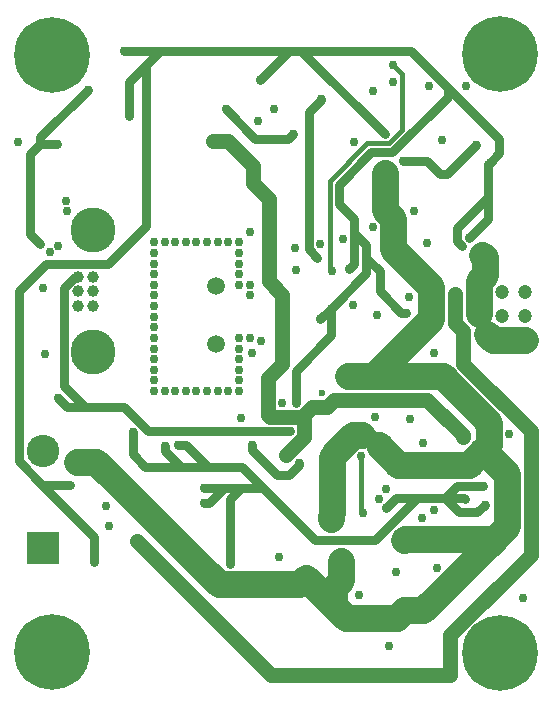
<source format=gbr>
%TF.GenerationSoftware,KiCad,Pcbnew,7.0.9*%
%TF.CreationDate,2024-03-26T01:12:18-04:00*%
%TF.ProjectId,charging_on_the_pad,63686172-6769-46e6-975f-6f6e5f746865,rev?*%
%TF.SameCoordinates,Original*%
%TF.FileFunction,Copper,L3,Inr*%
%TF.FilePolarity,Positive*%
%FSLAX46Y46*%
G04 Gerber Fmt 4.6, Leading zero omitted, Abs format (unit mm)*
G04 Created by KiCad (PCBNEW 7.0.9) date 2024-03-26 01:12:18*
%MOMM*%
%LPD*%
G01*
G04 APERTURE LIST*
%TA.AperFunction,ComponentPad*%
%ADD10C,3.800000*%
%TD*%
%TA.AperFunction,ComponentPad*%
%ADD11C,1.000000*%
%TD*%
%TA.AperFunction,ComponentPad*%
%ADD12R,2.743200X2.743200*%
%TD*%
%TA.AperFunction,ComponentPad*%
%ADD13C,2.743200*%
%TD*%
%TA.AperFunction,ComponentPad*%
%ADD14C,1.500000*%
%TD*%
%TA.AperFunction,ComponentPad*%
%ADD15R,1.200000X1.200000*%
%TD*%
%TA.AperFunction,ComponentPad*%
%ADD16C,1.200000*%
%TD*%
%TA.AperFunction,ComponentPad*%
%ADD17C,6.400000*%
%TD*%
%TA.AperFunction,ViaPad*%
%ADD18C,0.762000*%
%TD*%
%TA.AperFunction,ViaPad*%
%ADD19C,0.600000*%
%TD*%
%TA.AperFunction,ViaPad*%
%ADD20C,1.016000*%
%TD*%
%TA.AperFunction,Conductor*%
%ADD21C,0.762000*%
%TD*%
%TA.AperFunction,Conductor*%
%ADD22C,2.286000*%
%TD*%
%TA.AperFunction,Conductor*%
%ADD23C,1.270000*%
%TD*%
%TA.AperFunction,Conductor*%
%ADD24C,0.381000*%
%TD*%
G04 APERTURE END LIST*
D10*
%TO.N,*%
%TO.C,J1*%
X137820400Y-94373400D03*
X137820400Y-104673400D03*
D11*
%TO.N,Net-(J1-Pin_1)*%
X137820400Y-100773400D03*
%TO.N,/CANL*%
X137820400Y-99523400D03*
%TO.N,/CANH*%
X137820400Y-98273400D03*
%TO.N,GND*%
X136570400Y-100773400D03*
%TO.N,+5V_PWR*%
X136570400Y-99523400D03*
%TO.N,+24V*%
X136570400Y-98273400D03*
%TD*%
D12*
%TO.N,GND*%
%TO.C,J3*%
X133604000Y-121259600D03*
D13*
%TO.N,Net-(J3-Pin_2)*%
X133604000Y-113004600D03*
%TD*%
D14*
%TO.N,/OSC2*%
%TO.C,Y1*%
X148234400Y-103973800D03*
%TO.N,/OSC1*%
X148234400Y-99093800D03*
%TD*%
D15*
%TO.N,/Motor Control/MOTOR_V*%
%TO.C,J4*%
X174415200Y-103606600D03*
D16*
%TO.N,GND*%
X174415200Y-101606600D03*
%TO.N,/MOTOR_INPUT*%
X174415200Y-99606600D03*
%TO.N,/Motor Control/MOTOR_V*%
X172415200Y-103606600D03*
%TO.N,GND*%
X172415200Y-101606600D03*
%TO.N,/Motor Control/MOTOR_OUTPUT*%
X172415200Y-99606600D03*
%TD*%
D17*
%TO.N,N/C*%
%TO.C,H3*%
X134352117Y-79506364D03*
%TD*%
%TO.N,N/C*%
%TO.C,H1*%
X172258924Y-130175000D03*
%TD*%
%TO.N,N/C*%
%TO.C,H4*%
X172262170Y-79437569D03*
%TD*%
%TO.N,N/C*%
%TO.C,H2*%
X134344427Y-130073035D03*
%TD*%
D18*
%TO.N,GND*%
X142984076Y-101673566D03*
X145684079Y-107973573D03*
X134188200Y-96215200D03*
X173075100Y-111605130D03*
X162864800Y-129540000D03*
X133756900Y-104840683D03*
X142984076Y-102573567D03*
X159913800Y-86925000D03*
X148384082Y-95373559D03*
X142984076Y-98973563D03*
X150184084Y-106173571D03*
X150184084Y-98073562D03*
X161493200Y-82600800D03*
X153543000Y-121996200D03*
X143884077Y-107973573D03*
X138938900Y-117742200D03*
X146584080Y-107973573D03*
X143884077Y-95373559D03*
X151096318Y-94470882D03*
X145684079Y-95373559D03*
X147484081Y-95373559D03*
X135661400Y-92684600D03*
X139217400Y-119405400D03*
X142984076Y-95373559D03*
X133621700Y-99259546D03*
X142984076Y-107073572D03*
X144784078Y-107973573D03*
X146584080Y-95373559D03*
X150184084Y-95373559D03*
X151084085Y-99873564D03*
X162665100Y-116267142D03*
X174269400Y-125526800D03*
X167360186Y-86672522D03*
X142984076Y-98073562D03*
X150184084Y-96273560D03*
X142984076Y-107973573D03*
X142984076Y-103473568D03*
X149284083Y-107973573D03*
X150184084Y-105273570D03*
X135509000Y-91846400D03*
X166674800Y-104749600D03*
X150184084Y-107973573D03*
X142984076Y-104373569D03*
X153856456Y-108941584D03*
X142984076Y-99873564D03*
X150184084Y-98973563D03*
X147484081Y-107973573D03*
X161845305Y-101499036D03*
X160324800Y-125222000D03*
X151084085Y-98973563D03*
X148384082Y-107973573D03*
X161668262Y-110171119D03*
X151084085Y-103473568D03*
X150184084Y-104373569D03*
X142984076Y-96273560D03*
X134848600Y-95707200D03*
X142984076Y-97173561D03*
X150184084Y-107073572D03*
X157048200Y-95504000D03*
X149284083Y-95373559D03*
X142984076Y-100773565D03*
X150184084Y-103473568D03*
X131445000Y-86918800D03*
X142984076Y-105273570D03*
X150184084Y-97173561D03*
X142984076Y-106173571D03*
X150342600Y-110236000D03*
X144784078Y-95373559D03*
%TO.N,+5V*%
X154979764Y-108952908D03*
X169697400Y-94996000D03*
X162522900Y-86219564D03*
X159503800Y-97665000D03*
X140462000Y-79146400D03*
X171412400Y-88646000D03*
X169062400Y-95707200D03*
X151973600Y-81604800D03*
X140868400Y-84658200D03*
D19*
X137922000Y-122453400D03*
X135839200Y-115951000D03*
D18*
X157073600Y-101854000D03*
X164312600Y-101346000D03*
%TO.N,/Battery Charger/VIN*%
X155279799Y-114032705D03*
X151244800Y-112513640D03*
%TO.N,/Battery Charger/VREF*%
X162009824Y-117088745D03*
X165663800Y-118755000D03*
%TO.N,+BATT*%
X158224530Y-113443235D03*
X136093200Y-113944400D03*
X162712400Y-126543200D03*
X137287000Y-113588800D03*
X168122600Y-123799600D03*
X158013400Y-118795800D03*
X163525200Y-127177800D03*
X159380551Y-106735249D03*
X155829000Y-123774200D03*
X168122600Y-124688600D03*
X158851600Y-122351800D03*
X158078243Y-118022443D03*
X162560000Y-89535000D03*
X164121600Y-120616558D03*
%TO.N,+24V*%
X134826543Y-108556257D03*
X154469641Y-111390808D03*
%TO.N,VCC*%
X141173200Y-111455200D03*
X149453800Y-122615000D03*
X170999169Y-117602802D03*
X143916400Y-112649000D03*
X145034000Y-112572800D03*
X162661600Y-117830600D03*
X170865800Y-116001800D03*
X169352975Y-117097054D03*
X147243800Y-117449600D03*
X147243800Y-116205000D03*
%TO.N,Net-(U5-SW)*%
X137363200Y-82448400D03*
X133331000Y-95554800D03*
X134797800Y-87045800D03*
%TO.N,/Power/R_13V_P*%
X149089100Y-84120570D03*
X154736800Y-86219800D03*
%TO.N,+5V_PWR*%
X168452800Y-99771200D03*
X169113200Y-103733600D03*
X168071800Y-132003800D03*
D19*
X141579600Y-120650000D03*
%TO.N,/Motor Control/MOTOR_V*%
X170942000Y-96774000D03*
X171526200Y-96088200D03*
X170383200Y-96062800D03*
%TO.N,/Power/R_5V_P*%
X157195144Y-108162878D03*
D18*
%TO.N,/n_CHG_EN*%
X166979600Y-122910600D03*
X160673894Y-118287802D03*
X160529228Y-113470500D03*
X164987311Y-92746489D03*
X155016200Y-97757200D03*
X166299039Y-82110239D03*
%TO.N,/Power/R_+BATT_N*%
X163499500Y-123290738D03*
D20*
%TO.N,+13V*%
X169138600Y-111861600D03*
X148005800Y-86791800D03*
X154203400Y-113385600D03*
X151358600Y-90322400D03*
D18*
%TO.N,/R_MOTOR_N*%
X167182800Y-89585800D03*
X170281600Y-87096600D03*
X164071800Y-88521002D03*
%TO.N,/EN_5V*%
X154939623Y-95887308D03*
X151793800Y-85095000D03*
X169443800Y-82115000D03*
%TO.N,/EN_MOTOR*%
X166065200Y-95427800D03*
%TO.N,/MOTOR_OUT_DIV*%
X161523800Y-94085000D03*
%TO.N,/CURR_13V*%
X157149800Y-83280800D03*
X156819768Y-96672400D03*
%TO.N,/CURR_5V*%
X164605200Y-100020940D03*
X153173800Y-84055000D03*
X163209600Y-81780739D03*
%TO.N,/CHG_CURR*%
X165766402Y-112401002D03*
X158064200Y-97764600D03*
X166674800Y-118028500D03*
X164705064Y-110339043D03*
X163245800Y-80365600D03*
%TO.N,/CURR_+BATT*%
X159803800Y-100715000D03*
%TO.N,/CAN_TX*%
X152037000Y-103753400D03*
%TO.N,/CAN_RX*%
X151263300Y-104706413D03*
%TO.N,/CURR_MOTOR*%
X158978600Y-95110800D03*
%TD*%
D21*
%TO.N,+5V*%
X158013400Y-100914200D02*
X158026100Y-100901500D01*
X154979764Y-108952908D02*
X154979764Y-106259236D01*
X162102800Y-99517200D02*
X162102800Y-97840800D01*
X157073600Y-101854000D02*
X158026100Y-100901500D01*
X163168267Y-87768464D02*
X167894000Y-83042731D01*
X172212000Y-87846400D02*
X172212000Y-86614000D01*
X154979764Y-106259236D02*
X158013400Y-103225600D01*
X133527800Y-115925600D02*
X137922000Y-120319800D01*
X158648400Y-92125800D02*
X158648400Y-90503592D01*
X163931600Y-101346000D02*
X162102800Y-99517200D01*
X159943800Y-93421200D02*
X158648400Y-92125800D01*
X142290800Y-94005400D02*
X139115800Y-97180400D01*
X167894000Y-82296000D02*
X164744400Y-79146400D01*
X167894000Y-83042731D02*
X167894000Y-82296000D01*
X162102800Y-97840800D02*
X160934400Y-96672400D01*
X172212000Y-86614000D02*
X167894000Y-82296000D01*
X164312600Y-101346000D02*
X163931600Y-101346000D01*
X171283800Y-93409600D02*
X169697400Y-94996000D01*
X160934400Y-96570800D02*
X160934400Y-95580200D01*
X171283800Y-91541600D02*
X171283800Y-93409600D01*
X143510000Y-79146400D02*
X143967200Y-79146400D01*
X137922000Y-120319800D02*
X137922000Y-122453400D01*
X160934400Y-97993200D02*
X160934400Y-96570800D01*
X158648400Y-90503592D02*
X161383528Y-87768464D01*
X159943800Y-94589600D02*
X159943800Y-93421200D01*
X160934400Y-96672400D02*
X160934400Y-96570800D01*
X154432000Y-79146400D02*
X154178000Y-79400400D01*
X159943800Y-97225000D02*
X159943800Y-94589600D01*
X142290800Y-80365600D02*
X142290800Y-94005400D01*
X169062400Y-95707200D02*
X168656000Y-95300800D01*
X158026100Y-100901500D02*
X160934400Y-97993200D01*
X140462000Y-79146400D02*
X143967200Y-79146400D01*
X133527800Y-115925600D02*
X133553200Y-115951000D01*
X133553200Y-115951000D02*
X135839200Y-115951000D01*
X164744400Y-79146400D02*
X153314400Y-79146400D01*
X131531400Y-99532400D02*
X131531400Y-113929200D01*
X140868400Y-84658200D02*
X140868400Y-81788000D01*
X168656000Y-94169400D02*
X171283800Y-91541600D01*
X155453819Y-79146400D02*
X154432000Y-79146400D01*
X168656000Y-95300800D02*
X168656000Y-94169400D01*
X153924000Y-79146400D02*
X154178000Y-79400400D01*
X160934400Y-95580200D02*
X159943800Y-94589600D01*
X140868400Y-81788000D02*
X142290800Y-80365600D01*
X131531400Y-113929200D02*
X133527800Y-115925600D01*
X159503800Y-97665000D02*
X159943800Y-97225000D01*
X171412400Y-88646000D02*
X171283800Y-88774600D01*
X142290800Y-80365600D02*
X143510000Y-79146400D01*
X161383528Y-87768464D02*
X163168267Y-87768464D01*
X154178000Y-79400400D02*
X151973600Y-81604800D01*
X162522900Y-86219564D02*
X162522900Y-86215481D01*
X143967200Y-79146400D02*
X153924000Y-79146400D01*
X162522900Y-86215481D02*
X155453819Y-79146400D01*
X171283800Y-88774600D02*
X171283800Y-91541600D01*
X133883400Y-97180400D02*
X131531400Y-99532400D01*
X171412400Y-88646000D02*
X172212000Y-87846400D01*
X139115800Y-97180400D02*
X133883400Y-97180400D01*
X158013400Y-103225600D02*
X158013400Y-100914200D01*
%TO.N,/Battery Charger/VIN*%
X151325800Y-112997200D02*
X151325800Y-112562036D01*
X153390600Y-115062000D02*
X151325800Y-112997200D01*
X155279799Y-114211211D02*
X154429010Y-115062000D01*
X155279799Y-114032705D02*
X155279799Y-114211211D01*
X154429010Y-115062000D02*
X153390600Y-115062000D01*
D22*
%TO.N,+BATT*%
X167430346Y-106730800D02*
X171348400Y-110648854D01*
X158101700Y-113566065D02*
X158101700Y-118009400D01*
X158851600Y-123977400D02*
X158851600Y-122351800D01*
X138090830Y-113944400D02*
X136461800Y-113944400D01*
X162534600Y-92653170D02*
X163251000Y-93369570D01*
D23*
X161163000Y-111709200D02*
X162026600Y-112572800D01*
X160629600Y-111709200D02*
X161163000Y-111709200D01*
D22*
X164255958Y-120482200D02*
X170733030Y-120482200D01*
X163251000Y-95964856D02*
X166457557Y-99171413D01*
X158224530Y-113443235D02*
X158101700Y-113566065D01*
X172897800Y-119405400D02*
X171821000Y-120482200D01*
X162560000Y-89535000D02*
X162534600Y-89560400D01*
X158216600Y-126161800D02*
X159207200Y-127152400D01*
X158224530Y-113443235D02*
X158224530Y-113332568D01*
X170880936Y-113000504D02*
X172897800Y-115017368D01*
X163251000Y-93369570D02*
X163251000Y-95964856D01*
X159207200Y-127152400D02*
X163499800Y-127152400D01*
X163677600Y-114223800D02*
X162026600Y-112572800D01*
X166457557Y-101897673D02*
X161619981Y-106735249D01*
X165789630Y-126543200D02*
X171821000Y-120511830D01*
X171348400Y-112533040D02*
X170880936Y-113000504D01*
X164121600Y-120616558D02*
X164255958Y-120482200D01*
X161619981Y-106735249D02*
X159380551Y-106735249D01*
X159847898Y-111709200D02*
X160629600Y-111709200D01*
X158216600Y-124612400D02*
X158851600Y-123977400D01*
X155829000Y-123774200D02*
X155261000Y-124342200D01*
X171821000Y-120482200D02*
X170733030Y-120482200D01*
X158101700Y-118009400D02*
X158013400Y-118795800D01*
X158216600Y-126161800D02*
X158216600Y-124612400D01*
X171821000Y-120511830D02*
X171821000Y-120482200D01*
X158216600Y-126161800D02*
X155829000Y-123774200D01*
X159385000Y-106730800D02*
X167430346Y-106730800D01*
X148488630Y-124342200D02*
X138090830Y-113944400D01*
X164159800Y-126543200D02*
X163525200Y-127177800D01*
X159380551Y-106735249D02*
X159385000Y-106730800D01*
X163499800Y-127152400D02*
X163525200Y-127177800D01*
X171348400Y-110648854D02*
X171348400Y-112533040D01*
X155261000Y-124342200D02*
X148488630Y-124342200D01*
X165789630Y-126543200D02*
X164159800Y-126543200D01*
X170880936Y-113000504D02*
X169657640Y-114223800D01*
X169657640Y-114223800D02*
X163677600Y-114223800D01*
X162534600Y-89560400D02*
X162534600Y-92653170D01*
X172897800Y-115017368D02*
X172897800Y-119405400D01*
X166457557Y-99171413D02*
X166457557Y-101897673D01*
X158224530Y-113332568D02*
X159847898Y-111709200D01*
D21*
%TO.N,+24V*%
X154469641Y-111390808D02*
X142473806Y-111390808D01*
X136287109Y-98273400D02*
X136570400Y-98273400D01*
X142473806Y-111390808D02*
X140429998Y-109347000D01*
X135336200Y-99224309D02*
X136287109Y-98273400D01*
X137160000Y-109347000D02*
X135617286Y-109347000D01*
X135336200Y-107523200D02*
X135336200Y-99224309D01*
X135617286Y-109347000D02*
X134826543Y-108556257D01*
X137160000Y-109347000D02*
X135336200Y-107523200D01*
X140429998Y-109347000D02*
X137160000Y-109347000D01*
%TO.N,VCC*%
X142265400Y-114401600D02*
X146050000Y-114401600D01*
X161696328Y-120599200D02*
X165277728Y-117017800D01*
X162661600Y-117830600D02*
X163474400Y-117017800D01*
X146050000Y-114401600D02*
X147828000Y-114401600D01*
X149453800Y-122615000D02*
X149453800Y-117119200D01*
X169352975Y-117097054D02*
X169273721Y-117017800D01*
X152247600Y-116205000D02*
X156641800Y-120599200D01*
X169273721Y-117017800D02*
X167614600Y-117017800D01*
X147828000Y-114401600D02*
X150444200Y-114401600D01*
X145034000Y-112572800D02*
X145694400Y-112572800D01*
X147523200Y-114401600D02*
X147828000Y-114401600D01*
X152247600Y-116205000D02*
X150368000Y-116205000D01*
X147701000Y-117398800D02*
X147650200Y-117449600D01*
X143916400Y-112649000D02*
X143916400Y-113030000D01*
X141173200Y-111455200D02*
X141173200Y-113309400D01*
X149453800Y-117119200D02*
X150368000Y-116205000D01*
X148894800Y-116205000D02*
X150368000Y-116205000D01*
X150444200Y-114401600D02*
X152247600Y-116205000D01*
X141173200Y-113309400D02*
X142265400Y-114401600D01*
X165277728Y-117017800D02*
X167614600Y-117017800D01*
X168630600Y-116001800D02*
X170865800Y-116001800D01*
X145694400Y-112572800D02*
X147523200Y-114401600D01*
X147243800Y-116205000D02*
X148894800Y-116205000D01*
X170364971Y-118237000D02*
X168833800Y-118237000D01*
X145288000Y-114401600D02*
X146050000Y-114401600D01*
X168833800Y-118237000D02*
X167614600Y-117017800D01*
X148894800Y-116205000D02*
X147701000Y-117398800D01*
X167614600Y-117017800D02*
X168630600Y-116001800D01*
X170999169Y-117602802D02*
X170364971Y-118237000D01*
X143916400Y-113030000D02*
X145288000Y-114401600D01*
X163474400Y-117017800D02*
X165277728Y-117017800D01*
X147650200Y-117449600D02*
X147243800Y-117449600D01*
X156641800Y-120599200D02*
X161696328Y-120599200D01*
%TO.N,Net-(U5-SW)*%
X132461000Y-94684800D02*
X132461000Y-87909400D01*
X133324600Y-87045800D02*
X134797800Y-87045800D01*
X133324600Y-86487000D02*
X137363200Y-82448400D01*
X132461000Y-87909400D02*
X133324600Y-87045800D01*
X133331000Y-95554800D02*
X132461000Y-94684800D01*
X133324600Y-87045800D02*
X133324600Y-86487000D01*
%TO.N,/Power/R_13V_P*%
X151561800Y-86588600D02*
X149093770Y-84120570D01*
X154736800Y-86219800D02*
X154368000Y-86588600D01*
X154368000Y-86588600D02*
X151561800Y-86588600D01*
X149093770Y-84120570D02*
X149089100Y-84120570D01*
D23*
%TO.N,+5V_PWR*%
X169189400Y-103809800D02*
X169189400Y-105688014D01*
X168071800Y-128651246D02*
X168071800Y-132003800D01*
X168438757Y-99785243D02*
X168452800Y-99771200D01*
X174879000Y-121844046D02*
X168071800Y-128651246D01*
X169113200Y-103733600D02*
X169113200Y-102898390D01*
X169113200Y-102898390D02*
X168438757Y-102223947D01*
X152933400Y-132003800D02*
X141579600Y-120650000D01*
X174879000Y-111377614D02*
X174879000Y-121844046D01*
X168438757Y-102223947D02*
X168438757Y-99785243D01*
X168071800Y-132003800D02*
X152933400Y-132003800D01*
X169113200Y-103733600D02*
X169189400Y-103809800D01*
X169189400Y-105688014D02*
X174879000Y-111377614D01*
D22*
%TO.N,/Motor Control/MOTOR_V*%
X170977000Y-98110600D02*
X170469000Y-98618600D01*
X170469000Y-98618600D02*
X170469000Y-101452350D01*
D23*
X171170600Y-103114343D02*
X170977000Y-102920743D01*
D22*
X170977000Y-98110600D02*
X170977000Y-96656600D01*
X172415200Y-103606600D02*
X171662857Y-103606600D01*
X174415200Y-103606600D02*
X172415200Y-103606600D01*
X171662857Y-103606600D02*
X171170600Y-103114343D01*
X170977000Y-96656600D02*
X170728215Y-96407815D01*
D24*
%TO.N,/n_CHG_EN*%
X160529228Y-118143136D02*
X160673894Y-118287802D01*
X160529228Y-113470500D02*
X160529228Y-118143136D01*
D23*
%TO.N,+13V*%
X158250525Y-108716449D02*
X157666249Y-109300725D01*
X152637256Y-106877534D02*
X153847800Y-105666990D01*
X152704800Y-98679000D02*
X152704800Y-91668600D01*
X169138600Y-111861600D02*
X169138600Y-111709200D01*
X152637256Y-109965256D02*
X152637256Y-106877534D01*
X153847800Y-99822000D02*
X152704800Y-98679000D01*
X156383275Y-109300725D02*
X155512392Y-110171608D01*
X152704800Y-91668600D02*
X151358600Y-90322400D01*
X153847800Y-105666990D02*
X153847800Y-99822000D01*
X155512392Y-110171608D02*
X152843608Y-110171608D01*
X166145849Y-108716449D02*
X158250525Y-108716449D01*
X155688841Y-111900159D02*
X155688841Y-110348057D01*
X152843608Y-110171608D02*
X152637256Y-109965256D01*
X155688841Y-110348057D02*
X155512392Y-110171608D01*
X151358600Y-90322400D02*
X151358600Y-88874600D01*
X157666249Y-109300725D02*
X156383275Y-109300725D01*
X149275800Y-86791800D02*
X148005800Y-86791800D01*
X169138600Y-111709200D02*
X166145849Y-108716449D01*
X151358600Y-88874600D02*
X149275800Y-86791800D01*
X154203400Y-113385600D02*
X155688841Y-111900159D01*
D21*
%TO.N,/R_MOTOR_N*%
X166118002Y-88521002D02*
X167182800Y-89585800D01*
X167182800Y-89585800D02*
X167792400Y-89585800D01*
X167792400Y-89585800D02*
X170281600Y-87096600D01*
X164071800Y-88521002D02*
X166118002Y-88521002D01*
%TO.N,/CURR_13V*%
X156083000Y-95935632D02*
X156819768Y-96672400D01*
X157149800Y-83286600D02*
X156083000Y-84353400D01*
X157149800Y-83280800D02*
X157149800Y-83286600D01*
X156083000Y-84353400D02*
X156083000Y-95935632D01*
D24*
%TO.N,/CHG_CURR*%
X163983800Y-81103600D02*
X163245800Y-80365600D01*
X157864683Y-97565083D02*
X157864683Y-90191717D01*
X161062636Y-86993764D02*
X162847375Y-86993764D01*
X163983800Y-85857339D02*
X163983800Y-81103600D01*
X157864683Y-90191717D02*
X161062636Y-86993764D01*
X158064200Y-97764600D02*
X157864683Y-97565083D01*
X162847375Y-86993764D02*
X163983800Y-85857339D01*
%TD*%
M02*

</source>
